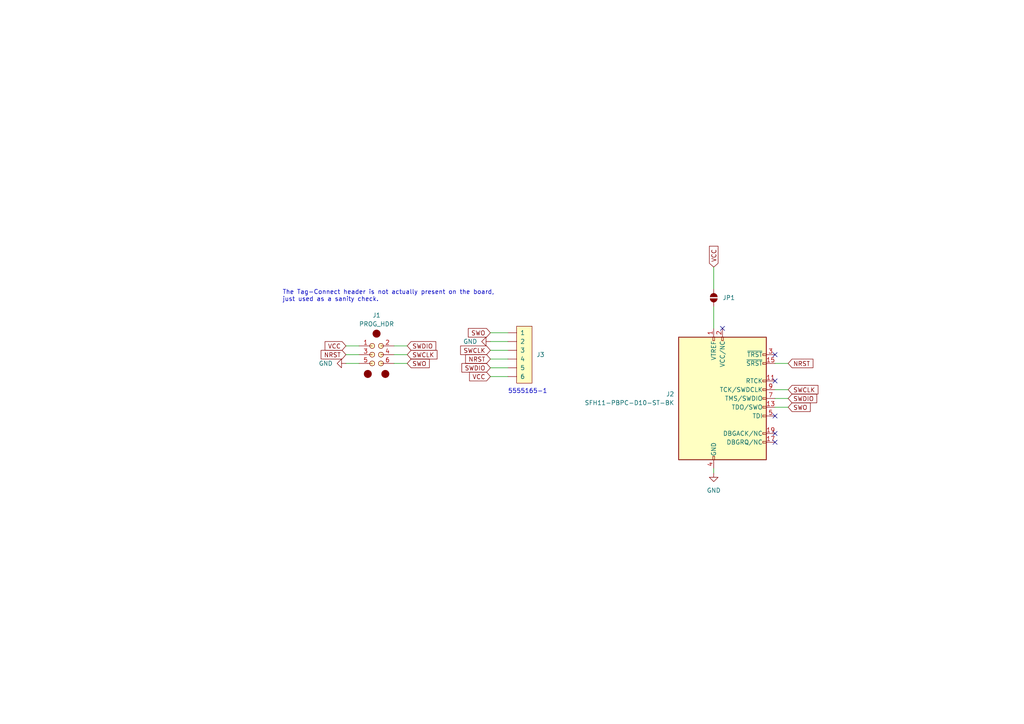
<source format=kicad_sch>
(kicad_sch (version 20230121) (generator eeschema)
  (paper "A4")
  (lib_symbols
    (symbol "Connector:Conn_ARM_JTAG_SWD_20" (pin_names (offset 1.016))
      (property "Reference" "J" (at -5.08 21.59 0))
      (property "Value" "Conn_ARM_JTAG_SWD_20" (at -5.08 19.05 0))
      (symbol "Conn_ARM_JTAG_SWD_20_0_1"
        (rectangle (start -12.7 17.78) (end 12.7 -17.78) (stroke (width 0.254)) (fill (type background)))
        (rectangle (start -2.794 -17.78) (end -2.286 -16.764))
        (rectangle (start -2.794 17.78) (end -2.286 16.764))
        (rectangle (start -0.254 17.78) (end 0.254 16.764))
        (rectangle (start 11.684 2.286) (end 12.7 2.794))
        (rectangle (start 12.7 -12.446) (end 11.684 -12.954))
        (rectangle (start 12.7 -9.906) (end 11.684 -10.414))
        (rectangle (start 12.7 -2.794) (end 11.684 -2.286))
        (rectangle (start 12.7 -0.254) (end 11.684 0.254))
        (rectangle (start 12.7 4.826) (end 11.684 5.334))
        (rectangle (start 12.7 10.414) (end 11.684 9.906))
        (rectangle (start 12.7 12.954) (end 11.684 12.446))
      )
      (symbol "Conn_ARM_JTAG_SWD_20_1_1"
        (rectangle (start 11.684 -5.334) (end 12.7 -4.826))
        (pin power_in line (at -2.54 20.32 270) (length 2.54) (name "VTREF") (number "1"))
        (pin passive line (at -2.54 -20.32 90) (length 2.54) hide (name "GND") (number "10"))
        (pin input line (at 15.24 5.08 180) (length 2.54) (name "RTCK") (number "11"))
        (pin passive line (at -2.54 -20.32 90) (length 2.54) hide (name "GND") (number "12"))
        (pin input line (at 15.24 -2.54 180) (length 2.54) (name "TDO/SWO") (number "13"))
        (pin passive line (at -2.54 -20.32 90) (length 2.54) hide (name "GND") (number "14"))
        (pin bidirectional line (at 15.24 10.16 180) (length 2.54) (name "~{SRST}") (number "15"))
        (pin passive line (at -2.54 -20.32 90) (length 2.54) hide (name "GND") (number "16"))
        (pin output line (at 15.24 -12.7 180) (length 2.54) (name "DBGRQ/NC") (number "17"))
        (pin passive line (at -2.54 -20.32 90) (length 2.54) hide (name "GND") (number "18"))
        (pin input line (at 15.24 -10.16 180) (length 2.54) (name "DBGACK/NC") (number "19"))
        (pin power_in line (at 0 20.32 270) (length 2.54) (name "VCC/NC") (number "2"))
        (pin passive line (at -2.54 -20.32 90) (length 2.54) hide (name "GND") (number "20"))
        (pin output line (at 15.24 12.7 180) (length 2.54) (name "~{TRST}") (number "3"))
        (pin power_in line (at -2.54 -20.32 90) (length 2.54) (name "GND") (number "4"))
        (pin output line (at 15.24 -5.08 180) (length 2.54) (name "TDI") (number "5"))
        (pin passive line (at -2.54 -20.32 90) (length 2.54) hide (name "GND") (number "6"))
        (pin output line (at 15.24 0 180) (length 2.54) (name "TMS/SWDIO") (number "7"))
        (pin passive line (at -2.54 -20.32 90) (length 2.54) hide (name "GND") (number "8"))
        (pin output line (at 15.24 2.54 180) (length 2.54) (name "TCK/SWDCLK") (number "9"))
      )
    )
    (symbol "biolite-kicad-lib:CONN_6" (pin_numbers hide) (pin_names (offset 1.016))
      (property "Reference" "J" (at -2.54 9.525 0))
      (symbol "CONN_6_0_1"
        (rectangle (start -2.54 8.255) (end 1.905 -8.255) (fill (type background)))
      )
      (symbol "CONN_6_1_1"
        (pin passive line (at -5.08 6.35 0) (length 2.54) (name "1") (number "1"))
        (pin passive line (at -5.08 3.81 0) (length 2.54) (name "2") (number "2"))
        (pin passive line (at -5.08 1.27 0) (length 2.54) (name "3") (number "3"))
        (pin passive line (at -5.08 -1.27 0) (length 2.54) (name "4") (number "4"))
        (pin passive line (at -5.08 -3.81 0) (length 2.54) (name "5") (number "5"))
        (pin passive line (at -5.08 -6.35 0) (length 2.54) (name "6") (number "6"))
      )
    )
    (symbol "biolite-kicad-lib:GND" (power) (pin_numbers hide) (pin_names (offset 0) hide)
      (property "Value" "GND" (at 0 -2.54 0))
      (symbol "GND_0_1"
        (polyline (pts (xy -1.27 0) (xy 0 -1.27) (xy 1.27 0) (xy -1.27 0)))
      )
      (symbol "GND_1_1"
        (pin power_in line (at 0 1.27 270) (length 1.27) (name "GND") (number "1"))
      )
    )
    (symbol "biolite-kicad-lib:JUMPER_SOLDER_1MM" (pin_numbers hide) (pin_names (offset 0))
      (property "Reference" "JP" (at 0 2.794 0))
      (symbol "JUMPER_SOLDER_1MM_0_1"
        (arc (start -0.254 1.016) (mid -1.2656 0) (end -0.254 -1.016))
        (polyline (pts (xy -0.254 1.016) (xy -0.254 -1.016)))
        (polyline (pts (xy 0.254 -1.016) (xy 0.254 1.016)))
        (polyline (pts (xy -0.254 -1.016) (xy -1.016 -0.5842) (xy -1.27 0) (xy -0.889 0.762) (xy -0.254 1.016)) (fill (type outline)))
        (polyline (pts (xy 0.254 1.016) (xy 1.016 0.5842) (xy 1.27 0) (xy 0.889 -0.762) (xy 0.254 -1.016)) (fill (type outline)))
        (arc (start 0.254 -1.016) (mid 1.2656 0) (end 0.254 1.016))
      )
      (symbol "JUMPER_SOLDER_1MM_1_1"
        (pin bidirectional line (at 2.54 0 180) (length 1.27) (name "~") (number "1"))
        (pin bidirectional line (at -2.54 0 0) (length 1.27) (name "~") (number "2"))
      )
    )
    (symbol "biolite-kicad-lib:TC2030_Prog_Hdr" (pin_names (offset 1.016) hide)
      (property "Reference" "J1" (at 1.27 7.62 0))
      (property "Value" "PROG_HDR" (at 1.27 5.08 0))
      (symbol "TC2030_Prog_Hdr_1_1"
        (circle (center -1.27 -5.588) (radius 1.0776) (fill (type outline)))
        (circle (center 0 -2.54) (radius 0.7184) (fill (type background)))
        (circle (center 0 0) (radius 0.7184) (fill (type background)))
        (circle (center 0 2.54) (radius 0.7184) (fill (type background)))
        (circle (center 1.27 6.096) (radius 1.0776) (fill (type outline)))
        (circle (center 2.54 -2.54) (radius 0.7184) (fill (type background)))
        (circle (center 2.54 0) (radius 0.7184) (fill (type background)))
        (circle (center 2.54 2.54) (radius 0.7184) (fill (type background)))
        (circle (center 3.81 -5.588) (radius 1.0776) (fill (type outline)))
        (pin passive line (at -3.81 2.54 0) (length 3.81) (name "Pin_1") (number "1"))
        (pin passive line (at 6.35 2.54 180) (length 3.81) (name "Pin_2") (number "2"))
        (pin passive line (at -3.81 0 0) (length 3.81) (name "Pin_3") (number "3"))
        (pin passive line (at 6.35 0 180) (length 3.81) (name "Pin_4") (number "4"))
        (pin passive line (at -3.81 -2.54 0) (length 3.81) (name "Pin_5") (number "5"))
        (pin passive line (at 6.35 -2.54 180) (length 3.81) (name "Pin_6") (number "6"))
      )
    )
  )
  (no_connect (at 224.79 102.87))
  (no_connect (at 224.79 128.27))
  (no_connect (at 224.79 120.65))
  (no_connect (at 209.55 95.25))
  (no_connect (at 224.79 125.73))
  (no_connect (at 224.79 110.49))
  (wire (pts (xy 142.24 96.52) (xy 147.32 96.52)))
  (wire (pts (xy 100.33 100.33) (xy 104.14 100.33)))
  (wire (pts (xy 142.24 109.22) (xy 147.32 109.22)))
  (wire (pts (xy 118.11 102.87) (xy 114.3 102.87)))
  (wire (pts (xy 118.11 100.33) (xy 114.3 100.33)))
  (wire (pts (xy 228.6 115.57) (xy 224.79 115.57)))
  (wire (pts (xy 142.24 106.68) (xy 147.32 106.68)))
  (wire (pts (xy 100.33 102.87) (xy 104.14 102.87)))
  (wire (pts (xy 207.01 77.47) (xy 207.01 83.82)))
  (wire (pts (xy 207.01 88.9) (xy 207.01 95.25)))
  (wire (pts (xy 142.24 101.6) (xy 147.32 101.6)))
  (wire (pts (xy 142.24 104.14) (xy 147.32 104.14)))
  (wire (pts (xy 118.11 105.41) (xy 114.3 105.41)))
  (wire (pts (xy 228.6 118.11) (xy 224.79 118.11)))
  (wire (pts (xy 228.6 105.41) (xy 224.79 105.41)))
  (wire (pts (xy 142.24 99.06) (xy 147.32 99.06)))
  (wire (pts (xy 207.01 137.16) (xy 207.01 135.89)))
  (wire (pts (xy 100.33 105.41) (xy 104.14 105.41)))
  (wire (pts (xy 228.6 113.03) (xy 224.79 113.03)))
  (text "5555165-1" (at 147.32 114.3 0) (effects (font (size 1.27 1.27)) (justify left bottom)))
  (text "The Tag-Connect header is not actually present on the board,\njust used as a sanity check." (at 81.915 87.63 0) (effects (font (size 1.27 1.27)) (justify left bottom)))
  (global_label "VCC" (shape input) (at 142.24 109.22 180) (property "Intersheetrefs" "${INTERSHEET_REFS}" (effects hide)))
  (global_label "SWCLK" (shape input) (at 118.11 102.87 0) (property "Intersheetrefs" "${INTERSHEET_REFS}" (effects hide)))
  (global_label "SWDIO" (shape input) (at 228.6 115.57 0) (property "Intersheetrefs" "${INTERSHEET_REFS}" (effects hide)))
  (global_label "SWCLK" (shape input) (at 142.24 101.6 180) (property "Intersheetrefs" "${INTERSHEET_REFS}" (effects hide)))
  (global_label "NRST" (shape input) (at 142.24 104.14 180) (property "Intersheetrefs" "${INTERSHEET_REFS}" (effects hide)))
  (global_label "SWO" (shape input) (at 228.6 118.11 0) (property "Intersheetrefs" "${INTERSHEET_REFS}" (effects hide)))
  (global_label "NRST" (shape input) (at 100.33 102.87 180) (property "Intersheetrefs" "${INTERSHEET_REFS}" (effects hide)))
  (global_label "NRST" (shape input) (at 228.6 105.41 0) (property "Intersheetrefs" "${INTERSHEET_REFS}" (effects hide)))
  (global_label "SWO" (shape input) (at 142.24 96.52 180) (property "Intersheetrefs" "${INTERSHEET_REFS}" (effects hide)))
  (global_label "SWO" (shape input) (at 118.11 105.41 0) (property "Intersheetrefs" "${INTERSHEET_REFS}" (effects hide)))
  (global_label "SWDIO" (shape input) (at 142.24 106.68 180) (property "Intersheetrefs" "${INTERSHEET_REFS}" (effects hide)))
  (global_label "VCC" (shape input) (at 207.01 77.47 90) (property "Intersheetrefs" "${INTERSHEET_REFS}" (effects hide)))
  (global_label "SWCLK" (shape input) (at 228.6 113.03 0) (property "Intersheetrefs" "${INTERSHEET_REFS}" (effects hide)))
  (global_label "VCC" (shape input) (at 100.33 100.33 180) (property "Intersheetrefs" "${INTERSHEET_REFS}" (effects hide)))
  (global_label "SWDIO" (shape input) (at 118.11 100.33 0) (property "Intersheetrefs" "${INTERSHEET_REFS}" (effects hide)))
  (symbol (lib_id "biolite-kicad-lib:JUMPER_SOLDER_1MM") (at 207.01 86.36 90) (unit 1)
    (property "Reference" "JP1" (at 209.55 86.36 90) (effects (justify right)))
    (property "Value" "JUMPER_SOLDER_1MM" (effects hide))
    (property "Footprint" "biolite-kicad-lib:JUMPER_SOLDER_1MM" (effects hide))
  )
  (symbol (lib_id "biolite-kicad-lib:GND") (at 140.97 99.06 270) (unit 1)
    (property "Reference" "#PWR02" (effects hide))
    (property "Value" "GND" (at 138.43 99.06 90) (effects (justify right)))
  )
  (symbol (lib_id "biolite-kicad-lib:CONN_6") (at 152.4 102.87 0) (unit 1)
    (property "Reference" "J3" (at 155.575 102.87 0) (effects (justify left)))
    (property "Value" "5555165-1" (effects hide))
    (property "Footprint" "biolite-kicad-lib:CONN_RJ12" (effects hide))
    (property "Datasheet" "https://www.te.com/commerce/DocumentDelivery/DDEController?Action=srchrtrv&DocNm=1-1773464-9_MODULAR_JACKS&DocType=Data+Sheet&DocLang=English&DocFormat=pdf&PartCntxt=5555165-1" (effects hide))
  )
  (symbol (lib_id "biolite-kicad-lib:GND") (at 207.01 138.43 0) (unit 1)
    (property "Reference" "#PWR01" (effects hide))
    (property "Value" "GND" (at 207.01 142.24 0))
  )
  (symbol (lib_id "Connector:Conn_ARM_JTAG_SWD_20") (at 209.55 115.57 0) (unit 1)
    (property "Reference" "J2" (at 195.58 114.3 0) (effects (justify right)))
    (property "Value" "SFH11-PBPC-D10-ST-BK" (at 195.58 116.84 0) (effects (justify right)))
    (property "Footprint" "biolite-kicad-lib:CONN_2X10_100MIL" (effects hide))
    (property "Datasheet" "https://s3.amazonaws.com/catalogspreads-pdf/PAGE123%20.100%20SFH11%20SERIES%20FEMALE%20HDR%20ST%20RA.pdf" (effects hide))
  )
  (symbol (lib_id "biolite-kicad-lib:GND") (at 99.06 105.41 270) (unit 1)
    (property "Reference" "#PWR03" (effects hide))
    (property "Value" "GND" (at 96.52 105.41 90) (effects (justify right)))
  )
  (symbol (lib_id "biolite-kicad-lib:TC2030_Prog_Hdr") (at 107.95 102.87 0) (unit 1) (in_bom no) (on_board no)
    (property "Reference" "J1" (at 109.22 91.44 0))
    (property "Value" "PROG_HDR" (at 109.22 93.98 0))
    (property "Footprint" "biolite-kicad-lib:CONN_TC2030-IDC-NL" (effects hide))
    (property "Datasheet" "n/a" (effects hide))
    (property "DNP" "Y" (effects hide))
  )
)
</source>
